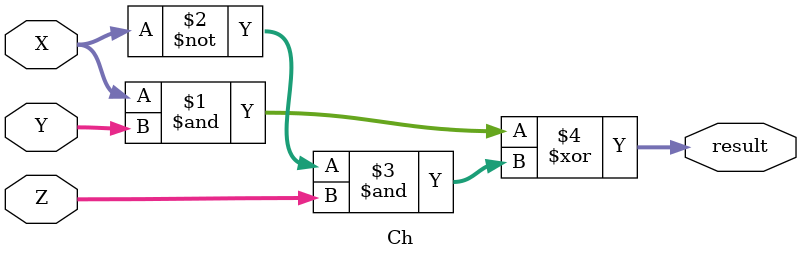
<source format=sv>
`timescale 1ns / 1ps

module Ch(
    input [31:0] X,
    input [31:0] Y,
    input [31:0] Z,
    output [31:0] result
    );
    
    assign result = (X&Y)^(~X&Z);
    
endmodule
</source>
